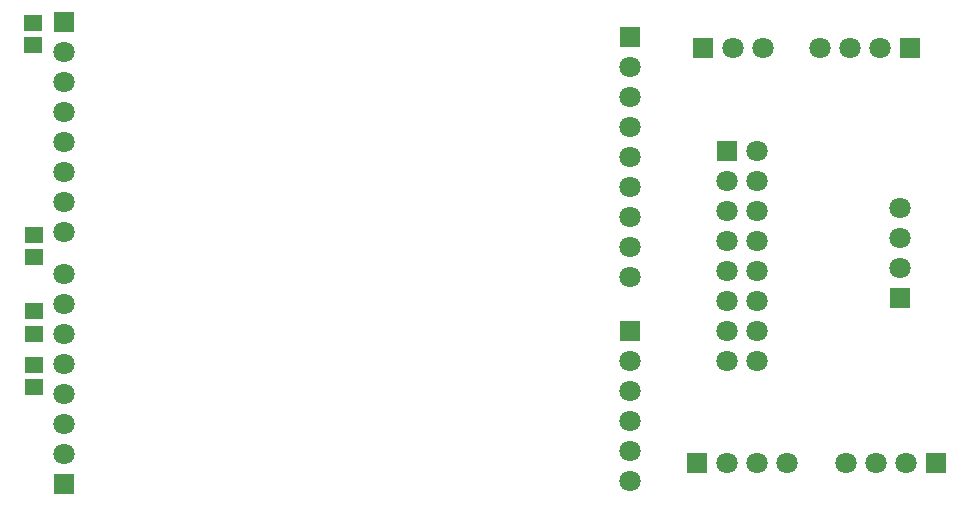
<source format=gts>
G04*
G04 #@! TF.GenerationSoftware,Altium Limited,Altium Designer,21.0.8 (223)*
G04*
G04 Layer_Color=8388736*
%FSTAX24Y24*%
%MOIN*%
G70*
G04*
G04 #@! TF.SameCoordinates,CEE82333-CCAB-4651-B785-5805AFDC4109*
G04*
G04*
G04 #@! TF.FilePolarity,Negative*
G04*
G01*
G75*
%ADD14R,0.0631X0.0552*%
%ADD15C,0.0710*%
%ADD16R,0.0710X0.0710*%
%ADD17R,0.0710X0.0710*%
D14*
X000751Y015928D02*
D03*
Y016676D02*
D03*
X000801Y004528D02*
D03*
Y005276D02*
D03*
X000799Y007072D02*
D03*
Y006324D02*
D03*
Y009622D02*
D03*
Y008874D02*
D03*
D15*
X02965Y0105D02*
D03*
Y0095D02*
D03*
Y0085D02*
D03*
X02985Y002D02*
D03*
X02885D02*
D03*
X02785D02*
D03*
X0251Y01585D02*
D03*
X0241D02*
D03*
X02065Y0054D02*
D03*
Y0044D02*
D03*
Y0034D02*
D03*
Y0024D02*
D03*
Y0014D02*
D03*
X0239Y002D02*
D03*
X0249D02*
D03*
X0259D02*
D03*
X0018Y0083D02*
D03*
Y0073D02*
D03*
Y0063D02*
D03*
Y0053D02*
D03*
Y0043D02*
D03*
Y0033D02*
D03*
Y0023D02*
D03*
X027Y01585D02*
D03*
X028D02*
D03*
X029D02*
D03*
X0018Y0097D02*
D03*
Y0107D02*
D03*
Y0117D02*
D03*
Y0127D02*
D03*
Y0137D02*
D03*
Y0147D02*
D03*
Y0157D02*
D03*
X02065Y0152D02*
D03*
Y0082D02*
D03*
Y0092D02*
D03*
Y0102D02*
D03*
Y0112D02*
D03*
Y0122D02*
D03*
Y0132D02*
D03*
Y0142D02*
D03*
X0239Y0114D02*
D03*
Y0104D02*
D03*
Y0094D02*
D03*
Y0084D02*
D03*
Y0074D02*
D03*
Y0064D02*
D03*
Y0054D02*
D03*
X0249D02*
D03*
Y0064D02*
D03*
Y0074D02*
D03*
Y0084D02*
D03*
Y0094D02*
D03*
Y0104D02*
D03*
Y0114D02*
D03*
Y0124D02*
D03*
D16*
X02965Y0075D02*
D03*
X02065Y0064D02*
D03*
X0018Y0013D02*
D03*
Y0167D02*
D03*
X02065Y0162D02*
D03*
X0239Y0124D02*
D03*
D17*
X03085Y002D02*
D03*
X0231Y01585D02*
D03*
X0229Y002D02*
D03*
X03Y01585D02*
D03*
M02*

</source>
